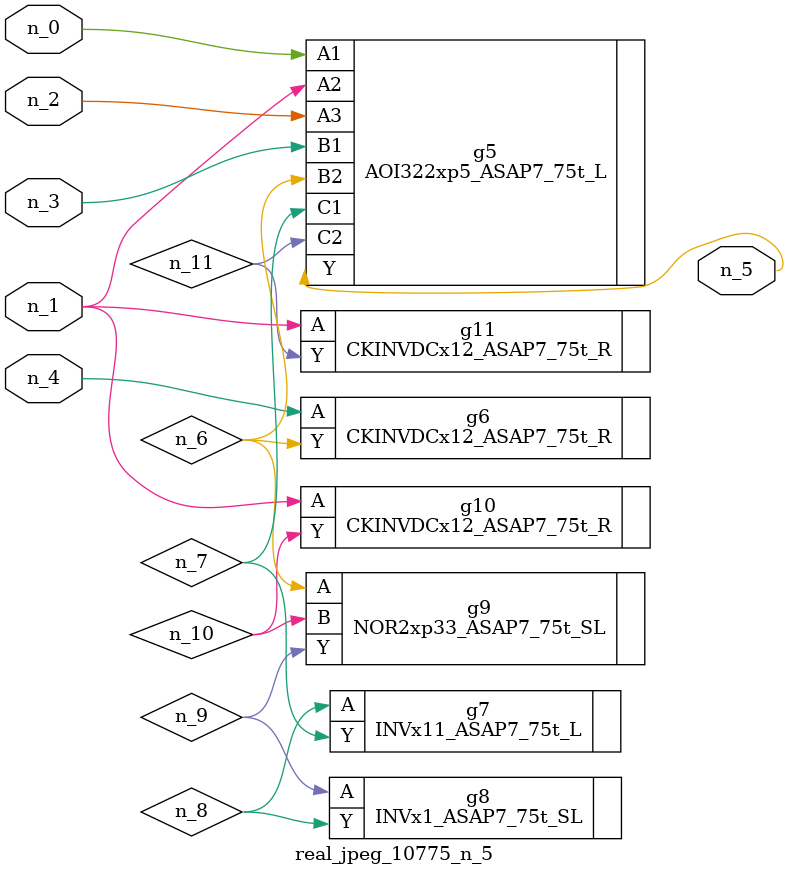
<source format=v>
module real_jpeg_10775_n_5 (n_4, n_0, n_1, n_2, n_3, n_5);

input n_4;
input n_0;
input n_1;
input n_2;
input n_3;

output n_5;

wire n_8;
wire n_11;
wire n_6;
wire n_7;
wire n_10;
wire n_9;

AOI322xp5_ASAP7_75t_L g5 ( 
.A1(n_0),
.A2(n_1),
.A3(n_2),
.B1(n_3),
.B2(n_6),
.C1(n_7),
.C2(n_11),
.Y(n_5)
);

CKINVDCx12_ASAP7_75t_R g10 ( 
.A(n_1),
.Y(n_10)
);

CKINVDCx12_ASAP7_75t_R g11 ( 
.A(n_1),
.Y(n_11)
);

CKINVDCx12_ASAP7_75t_R g6 ( 
.A(n_4),
.Y(n_6)
);

NOR2xp33_ASAP7_75t_SL g9 ( 
.A(n_6),
.B(n_10),
.Y(n_9)
);

INVx11_ASAP7_75t_L g7 ( 
.A(n_8),
.Y(n_7)
);

INVx1_ASAP7_75t_SL g8 ( 
.A(n_9),
.Y(n_8)
);


endmodule
</source>
